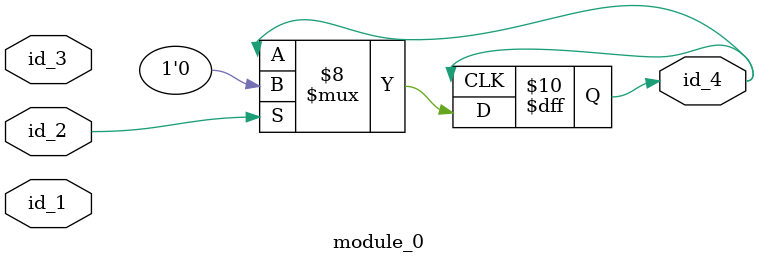
<source format=v>
`timescale 1ps / 1ps
module module_0 (
    id_1,
    id_2,
    id_3,
    id_4
);
  output id_4;
  inout id_3;
  input id_2;
  input id_1;
  reg id_4;
  reg id_5 = 1'h0;
  always @(posedge id_4)
    if (~(id_2))
      if (1) id_5 <= 1 - {1{1'b0}};
      else begin
        if (1'd0) id_4 <= id_5;
      end
    else id_4 <= 1'b0;
endmodule

</source>
